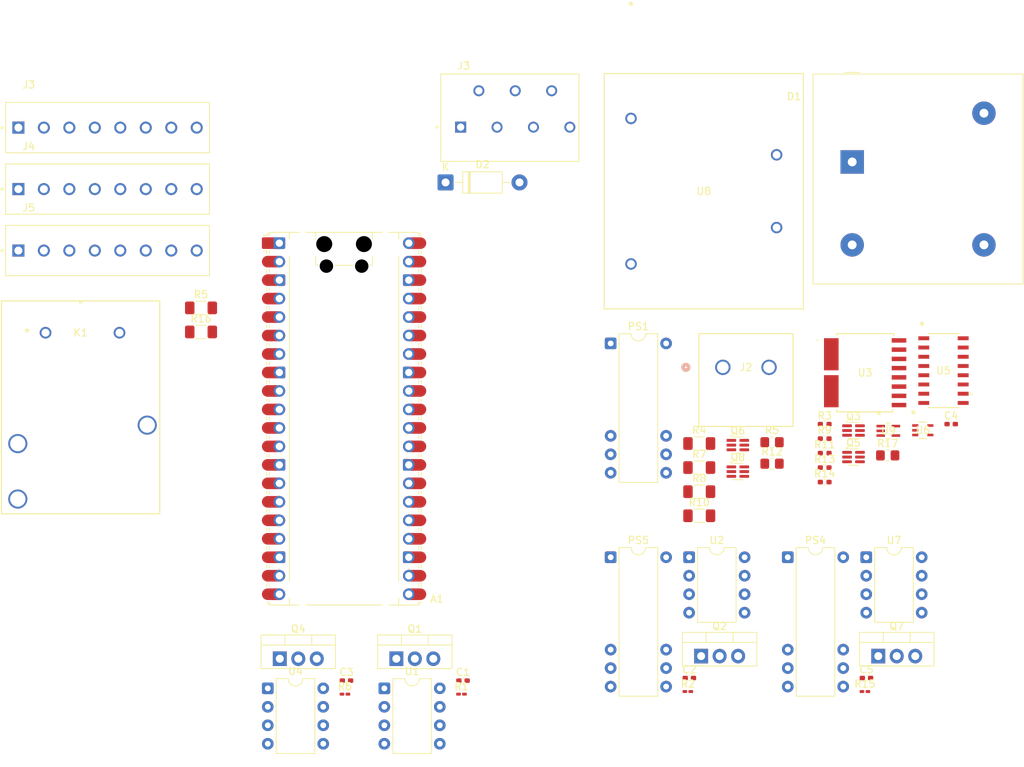
<source format=kicad_pcb>
(kicad_pcb (version 20241229) (generator "pcbnew") (generator_version "9.0")
  (layers (0 "F.Cu" signal) (2 "B.Cu" signal) (13 "F.Paste" user) (15 "B.Paste" user) (5 "F.SilkS" user "F.Silkscreen") (7 "B.SilkS" user "B.Silkscreen") (1 "F.Mask" user) (3 "B.Mask" user) (25 "Edge.Cuts" user))
  (net 0 "")
  (net 1 "Net-(A1-GPIO27_ADC1)")
  (net 2 "Net-(A1-GPIO5)")
  (net 3 "GND")
  (net 6 "Net-(A1-VSYS)")
  (net 8 "Net-(A1-GPIO19)")
  (net 9 "Net-(A1-GPIO18)")
  (net 10 "Net-(A1-GPIO12)")
  (net 12 "Net-(A1-GPIO6)")
  (net 13 "Net-(A1-GPIO10)")
  (net 15 "Net-(A1-GPIO4)")
  (net 21 "3v3 MCU")
  (net 22 "/Pi Pico/pot_adc")
  (net 23 "Net-(A1-GPIO11)")
  (net 24 "Net-(A1-GPIO7)")
  (net 25 "Net-(A1-GPIO13)")
  (net 29 "Net-(U8-VAC_IN(N))")
  (net 34 "GND1")
  (net 35 "/H_Bridge/ls_15v")
  (net 36 "Net-(U2-VCC)")
  (net 37 "/H_Bridge/Fet Circuit1/lg")
  (net 38 "Net-(U7-VCC)")
  (net 39 "/H_Bridge/Fet Circuit/lg")
  (net 40 "Net-(J1-Pin_1)")
  (net 41 "Net-(J1-Pin_2)")
  (net 42 "170V Rect")
  (net 43 "5v 5w")
  (net 44 "Net-(Q1-G)")
  (net 45 "Net-(Q2-G)")
  (net 47 "Net-(Q3A-C1)")
  (net 48 "/Feedback/SR_out")
  (net 49 "Net-(Q4-G)")
  (net 50 "Net-(Q5B-B2)")
  (net 51 "Net-(Q5B-C2)")
  (net 52 "/H_Bridge/dir")
  (net 54 "Net-(Q6B-C2)")
  (net 55 "Net-(Q6A-C1)")
  (net 56 "Net-(Q7-G)")
  (net 57 "Net-(Q8B-E2)")
  (net 58 "Net-(Q8A-E1)")
  (net 59 "/H_Bridge/Fet Circuit1/v_pwm")
  (net 60 "/H_Bridge/LS FET1/v_pwm")
  (net 61 "/H_Bridge/Fet Circuit/v_pwm")
  (net 62 "/H_Bridge/LS FET/v_pwm")
  (net 63 "Net-(R1-Pad1)")
  (net 66 "Net-(R2-Pad1)")
  (net 70 "Net-(U3-VOUT)")
  (net 71 "/Feedback/in-")
  (net 74 "Net-(U3-VOC)")
  (net 75 "Net-(R6-Pad1)")
  (net 78 "/Feedback/Set")
  (net 88 "Net-(U5-*R0)")
  (net 91 "/Feedback/pwm")
  (net 92 "Net-(R15-Pad1)")
  (net 95 "Net-(U6-Y)")
  (net 96 "/Feedback/v_out")
  (net 100 "Net-(Q8B-C2)")
  (net 104 "Net-(Q8A-C1)")
  (footprint "Resistor_SMD:R_0201_0603Metric_Pad0.64x0.40mm_HandSolder" (layer "F.Cu") (at 107.16 130.48)
    (property "Reference" "R6" (at 0 -1.05 0) (layer "F.SilkS"))
    (property "Value" "10")
    (pad "1" smd roundrect (at -0.4075 0) (size 0.635 0.4) (layers "F.Cu" "F.Mask") (net 75 "Net-(R6-Pad1)"))
    (pad "2" smd roundrect (at 0.4075 0) (size 0.635 0.4) (layers "F.Cu" "F.Mask") (net 49 "Net-(Q4-G)"))
  )
  (footprint "Footprints_TMC:SRS-0515 DIP-16_W7.62mm" (layer "F.Cu") (at 143.66 111.66)
    (property "Reference" "PS5" (at 3.81 -2.33 0) (layer "F.SilkS"))
    (property "Value" "SRS-0515-2")
    (pad "1" thru_hole roundrect (at 0 0) (size 1.6 1.6) (drill 0.8) (layers "*.Cu" "*.Mask") (roundrect_rratio 0.15625) (net 43 "5v 5w"))
    (pad "6" thru_hole circle (at 0 12.7) (size 1.6 1.6) (drill 0.8) (layers "*.Cu" "*.Mask"))
    (pad "7" thru_hole circle (at 0 15.24) (size 1.6 1.6) (drill 0.8) (layers "*.Cu" "*.Mask") (net 36 "Net-(U2-VCC)"))
    (pad "8" thru_hole circle (at 0 17.78) (size 1.6 1.6) (drill 0.8) (layers "*.Cu" "*.Mask"))
    (pad "9" thru_hole circle (at 7.62 17.78) (size 1.6 1.6) (drill 0.8) (layers "*.Cu" "*.Mask") (net 3 "GND"))
    (pad "10" thru_hole circle (at 7.62 15.24) (size 1.6 1.6) (drill 0.8) (layers "*.Cu" "*.Mask"))
    (pad "11" thru_hole circle (at 7.62 12.7) (size 1.6 1.6) (drill 0.8) (layers "*.Cu" "*.Mask") (net 37 "/H_Bridge/Fet Circuit1/lg"))
    (pad "16" thru_hole circle (at 7.62 0) (size 1.6 1.6) (drill 0.8) (layers "*.Cu" "*.Mask"))
  )
  (footprint "Capacitor_SMD:C_0402_1005Metric_Pad0.74x0.62mm_HandSolder" (layer "F.Cu") (at 154.47 128.26)
    (property "Reference" "C2" (at 0 -1.16 0) (layer "F.SilkS"))
    (property "Value" "0.1u")
    (pad "1" smd roundrect (at -0.5675 0) (size 0.735 0.62) (layers "F.Cu" "F.Mask" "F.Paste") (net 37 "/H_Bridge/Fet Circuit1/lg"))
    (pad "2" smd roundrect (at 0.5675 0) (size 0.735 0.62) (layers "F.Cu" "F.Mask" "F.Paste") (net 36 "Net-(U2-VCC)"))
  )
  (footprint "Footprints_TMC:SRS-0515 DIP-16_W7.62mm" (layer "F.Cu") (at 167.99 111.66)
    (property "Reference" "PS4" (at 3.81 -2.33 0) (layer "F.SilkS"))
    (property "Value" "SRS-0515-2")
    (pad "1" thru_hole roundrect (at 0 0) (size 1.6 1.6) (drill 0.8) (layers "*.Cu" "*.Mask") (roundrect_rratio 0.15625) (net 43 "5v 5w"))
    (pad "6" thru_hole circle (at 0 12.7) (size 1.6 1.6) (drill 0.8) (layers "*.Cu" "*.Mask"))
    (pad "7" thru_hole circle (at 0 15.24) (size 1.6 1.6) (drill 0.8) (layers "*.Cu" "*.Mask") (net 38 "Net-(U7-VCC)"))
    (pad "8" thru_hole circle (at 0 17.78) (size 1.6 1.6) (drill 0.8) (layers "*.Cu" "*.Mask"))
    (pad "9" thru_hole circle (at 7.62 17.78) (size 1.6 1.6) (drill 0.8) (layers "*.Cu" "*.Mask") (net 3 "GND"))
    (pad "10" thru_hole circle (at 7.62 15.24) (size 1.6 1.6) (drill 0.8) (layers "*.Cu" "*.Mask"))
    (pad "11" thru_hole circle (at 7.62 12.7) (size 1.6 1.6) (drill 0.8) (layers "*.Cu" "*.Mask") (net 39 "/H_Bridge/Fet Circuit/lg"))
    (pad "16" thru_hole circle (at 7.62 0) (size 1.6 1.6) (drill 0.8) (layers "*.Cu" "*.Mask"))
  )
  (footprint "Resistor_SMD:R_1206_3216Metric_Pad1.30x1.75mm_HandSolder" (layer "F.Cu") (at 87.3906 80.694801)
    (property "Reference" "R16" (at 0 -1.83 0) (layer "F.SilkS"))
    (property "Value" "100")
    (pad "1" smd roundrect (at -1.55 0) (size 1.3 1.75) (layers "F.Cu" "F.Mask" "F.Paste") (roundrect_rratio 0.192308) (net 100 "Net-(Q8B-C2)"))
    (pad "2" smd roundrect (at 1.55 0) (size 1.3 1.75) (layers "F.Cu" "F.Mask" "F.Paste") (roundrect_rratio 0.192308) (net 60 "/H_Bridge/LS FET1/v_pwm"))
  )
  (footprint "Treadmill_Feet:SC-88A-5_1P35X2P2_ONS" (layer "F.Cu") (at 186.5408 94.2085)
    (property "Reference" "U6" (at 0 0 0) (layer "F.SilkS"))
    (property "Value" "NC7SZ04P5X")
    (fp_text user "*" (at -1.29295 -2.1486 0) (layer "F.SilkS"))
    (fp_text user "*" (at -1.29295 -2.1486 0) (layer "F.SilkS"))
    (pad "1" smd rect (at -1.038949 -0.649999) (size 0.8333 0.3556) (layers "F.Cu" "F.Mask" "F.Paste"))
    (pad "2" smd rect (at -1.038949 0) (size 0.8333 0.3556) (layers "F.Cu" "F.Mask" "F.Paste") (net 78 "/Feedback/Set"))
    (pad "3" smd rect (at -1.038949 0.649999) (size 0.8333 0.3556) (layers "F.Cu" "F.Mask" "F.Paste") (net 3 "GND"))
    (pad "4" smd rect (at 1.038949 0.649999) (size 0.8333 0.3556) (layers "F.Cu" "F.Mask" "F.Paste") (net 95 "Net-(U6-Y)"))
    (pad "5" smd rect (at 1.038949 -0.649999) (size 0.8333 0.3556) (layers "F.Cu" "F.Mask" "F.Paste") (net 21 "3v3 MCU"))
  )
  (footprint "Package_TO_SOT_SMD:SOT-363_SC-70-6" (layer "F.Cu") (at 177.02 97.89)
    (property "Reference" "Q5" (at 0 -1.95 0) (layer "F.SilkS"))
    (property "Value" "MUN5330DW1")
    (pad "1" smd roundrect (at -0.8875 -0.65) (size 1.325 0.4) (layers "F.Cu" "F.Mask" "F.Paste"))
    (pad "2" smd roundrect (at -0.8875 0) (size 1.325 0.4) (layers "F.Cu" "F.Mask" "F.Paste"))
    (pad "3" smd roundrect (at -0.8875 0.65) (size 1.325 0.4) (layers "F.Cu" "F.Mask" "F.Paste") (net 51 "Net-(Q5B-C2)"))
    (pad "4" smd roundrect (at 0.8875 0.65) (size 1.325 0.4) (layers "F.Cu" "F.Mask" "F.Paste") (net 21 "3v3 MCU"))
    (pad "5" smd roundrect (at 0.8875 0) (size 1.325 0.4) (layers "F.Cu" "F.Mask" "F.Paste") (net 50 "Net-(Q5B-B2)"))
    (pad "6" smd roundrect (at 0.8875 -0.65) (size 1.325 0.4) (layers "F.Cu" "F.Mask" "F.Paste"))
  )
  (footprint "Footprints_TMC:SRS-0515 DIP-16_W7.62mm" (layer "F.Cu") (at 143.66 82.27)
    (property "Reference" "PS1" (at 3.81 -2.33 0) (layer "F.SilkS"))
    (property "Value" "SRS-0515-2")
    (pad "1" thru_hole roundrect (at 0 0) (size 1.6 1.6) (drill 0.8) (layers "*.Cu" "*.Mask") (roundrect_rratio 0.15625) (net 43 "5v 5w"))
    (pad "6" thru_hole circle (at 0 12.7) (size 1.6 1.6) (drill 0.8) (layers "*.Cu" "*.Mask"))
    (pad "7" thru_hole circle (at 0 15.24) (size 1.6 1.6) (drill 0.8) (layers "*.Cu" "*.Mask") (net 35 "/H_Bridge/ls_15v"))
    (pad "8" thru_hole circle (at 0 17.78) (size 1.6 1.6) (drill 0.8) (layers "*.Cu" "*.Mask"))
    (pad "9" thru_hole circle (at 7.62 17.78) (size 1.6 1.6) (drill 0.8) (layers "*.Cu" "*.Mask") (net 3 "GND"))
    (pad "10" thru_hole circle (at 7.62 15.24) (size 1.6 1.6) (drill 0.8) (layers "*.Cu" "*.Mask"))
    (pad "11" thru_hole circle (at 7.62 12.7) (size 1.6 1.6) (drill 0.8) (layers "*.Cu" "*.Mask") (net 3 "GND"))
    (pad "16" thru_hole circle (at 7.62 0) (size 1.6 1.6) (drill 0.8) (layers "*.Cu" "*.Mask"))
  )
  (footprint "Package_TO_SOT_SMD:SOT-363_SC-70-6" (layer "F.Cu") (at 161.13 99.89)
    (property "Reference" "Q8" (at 0 -1.95 0) (layer "F.SilkS"))
    (property "Value" "SMUN5230DW1T1G")
    (pad "1" smd roundrect (at -0.8875 -0.65) (size 1.325 0.4) (layers "F.Cu" "F.Mask" "F.Paste") (net 3 "GND"))
    (pad "2" smd roundrect (at -0.8875 0) (size 1.325 0.4) (layers "F.Cu" "F.Mask" "F.Paste") (net 52 "/H_Bridge/dir"))
    (pad "3" smd roundrect (at -0.8875 0.65) (size 1.325 0.4) (layers "F.Cu" "F.Mask" "F.Paste") (net 100 "Net-(Q8B-C2)"))
    (pad "4" smd roundrect (at 0.8875 0.65) (size 1.325 0.4) (layers "F.Cu" "F.Mask" "F.Paste") (net 3 "GND"))
    (pad "5" smd roundrect (at 0.8875 0) (size 1.325 0.4) (layers "F.Cu" "F.Mask" "F.Paste") (net 52 "/H_Bridge/dir"))
    (pad "6" smd roundrect (at 0.8875 -0.65) (size 1.325 0.4) (layers "F.Cu" "F.Mask" "F.Paste") (net 104 "Net-(Q8A-C1)"))
  )
  (footprint "Package_TO_SOT_THT:TO-220-3_Vertical" (layer "F.Cu") (at 98.21 125.61)
    (property "Reference" "Q4" (at 2.54 -4.1 0) (layer "F.SilkS"))
    (property "Value" "IPP200N25N3GXKSA1")
    (pad "1" thru_hole rect (at 0 0) (size 1.905 2) (drill 1.1) (layers "*.Cu" "*.Mask") (net 37 "/H_Bridge/Fet Circuit1/lg"))
    (pad "2" thru_hole oval (at 2.54 0) (size 1.905 2) (drill 1.1) (layers "*.Cu" "*.Mask") (net 49 "Net-(Q4-G)"))
    (pad "3" thru_hole oval (at 5.08 0) (size 1.905 2) (drill 1.1) (layers "*.Cu" "*.Mask") (net 34 "GND1"))
  )
  (footprint "Package_TO_SOT_SMD:SOT-363_SC-70-6" (layer "F.Cu") (at 177.02 94.245)
    (property "Reference" "Q3" (at 0 -1.95 0) (layer "F.SilkS"))
    (property "Value" "MUN5330DW1")
    (pad "1" smd roundrect (at -0.8875 -0.65) (size 1.325 0.4) (layers "F.Cu" "F.Mask" "F.Paste") (net 3 "GND"))
    (pad "2" smd roundrect (at -0.8875 0) (size 1.325 0.4) (layers "F.Cu" "F.Mask" "F.Paste") (net 48 "/Feedback/SR_out"))
    (pad "3" smd roundrect (at -0.8875 0.65) (size 1.325 0.4) (layers "F.Cu" "F.Mask" "F.Paste"))
    (pad "4" smd roundrect (at 0.8875 0.65) (size 1.325 0.4) (layers "F.Cu" "F.Mask" "F.Paste"))
    (pad "5" smd roundrect (at 0.8875 0) (size 1.325 0.4) (layers "F.Cu" "F.Mask" "F.Paste"))
    (pad "6" smd roundrect (at 0.8875 -0.65) (size 1.325 0.4) (layers "F.Cu" "F.Mask" "F.Paste") (net 47 "Net-(Q3A-C1)"))
  )
  (footprint "Resistor_SMD:R_0402_1005Metric_Pad0.72x0.64mm_HandSolder" (layer "F.Cu") (at 173.06 101.33)
    (property "Reference" "R14" (at 0 -1.17 0) (layer "F.SilkS"))
    (property "Value" "16K")
    (pad "1" smd roundrect (at -0.5975 0) (size 0.715 0.64) (layers "F.Cu" "F.Mask" "F.Paste") (net 70 "Net-(U3-VOUT)"))
    (pad "2" smd roundrect (at 0.5975 0) (size 0.715 0.64) (layers "F.Cu" "F.Mask" "F.Paste") (net 96 "/Feedback/v_out"))
  )
  (footprint "Treadmill_Feet:SAMESKY_TB0011-350-08BE" (layer "F.Cu") (at 74.5506 69.504801)
    (property "Reference" "J5" (at -10.825 -5.885 0) (layer "F.SilkS"))
    (property "Value" "TB0011-350-08BE")
    (pad "1" thru_hole rect (at -12.25 0) (size 1.65 1.65) (drill 1.1) (layers "*.Cu" "*.Mask") (net 21 "3v3 MCU"))
    (pad "2" thru_hole circle (at -8.75 0) (size 1.65 1.65) (drill 1.1) (layers "*.Cu" "*.Mask") (net 9 "Net-(A1-GPIO18)"))
    (pad "3" thru_hole circle (at -5.25 0) (size 1.65 1.65) (drill 1.1) (layers "*.Cu" "*.Mask") (net 8 "Net-(A1-GPIO19)"))
    (pad "4" thru_hole circle (at -1.75 0) (size 1.65 1.65) (drill 1.1) (layers "*.Cu" "*.Mask") (net 3 "GND"))
    (pad "5" thru_hole circle (at 1.75 0) (size 1.65 1.65) (drill 1.1) (layers "*.Cu" "*.Mask") (net 21 "3v3 MCU"))
    (pad "6" thru_hole circle (at 5.25 0) (size 1.65 1.65) (drill 1.1) (layers "*.Cu" "*.Mask") (net 1 "Net-(A1-GPIO27_ADC1)"))
    (pad "7" thru_hole circle (at 8.75 0) (size 1.65 1.65) (drill 1.1) (layers "*.Cu" "*.Mask") (net 3 "GND"))
    (pad "8" thru_hole circle (at 12.25 0) (size 1.65 1.65) (drill 1.1) (layers "*.Cu" "*.Mask") (net 21 "3v3 MCU"))
  )
  (footprint "Treadmill_Feet:DCK5" (layer "F.Cu") (at 181.8008 94.2847)
    (property "Reference" "U9" (at 0 0 0) (layer "F.SilkS"))
    (property "Value" "SN74LVC1G08DCKR")
    (fp_text user "*" (at -1.2954 -2.1486 0) (layer "F.SilkS"))
    (fp_text user "*" (at -1.2954 -2.1486 0) (layer "F.SilkS"))
    (pad "1" smd rect (at -1.0414 -0.649999) (size 1.1684 0.3556) (layers "F.Cu" "F.Mask" "F.Paste") (net 95 "Net-(U6-Y)"))
    (pad "2" smd rect (at -1.0414 0) (size 1.1684 0.3556) (layers "F.Cu" "F.Mask" "F.Paste") (net 91 "/Feedback/pwm"))
    (pad "3" smd rect (at -1.0414 0.649999) (size 1.1684 0.3556) (layers "F.Cu" "F.Mask" "F.Paste") (net 3 "GND"))
    (pad "4" smd rect (at 1.0414 0.649999) (size 1.1684 0.3556) (layers "F.Cu" "F.Mask" "F.Paste") (net 88 "Net-(U5-*R0)"))
    (pad "5" smd rect (at 1.0414 -0.649999) (size 1.1684 0.3556) (layers "F.Cu" "F.Mask" "F.Paste") (net 21 "3v3 MCU"))
  )
  (footprint "Capacitor_SMD:C_0402_1005Metric_Pad0.74x0.62mm_HandSolder" (layer "F.Cu") (at 178.8 128.26)
    (property "Reference" "C5" (at 0 -1.16 0) (layer "F.SilkS"))
    (property "Value" "0.1u")
    (pad "1" smd roundrect (at -0.5675 0) (size 0.735 0.62) (layers "F.Cu" "F.Mask" "F.Paste") (net 39 "/H_Bridge/Fet Circuit/lg"))
    (pad "2" smd roundrect (at 0.5675 0) (size 0.735 0.62) (layers "F.Cu" "F.Mask" "F.Paste") (net 38 "Net-(U7-VCC)"))
  )
  (footprint "Resistor_SMD:R_0805_2012Metric_Pad1.20x1.40mm_HandSolder" (layer "F.Cu") (at 181.72 97.66)
    (property "Reference" "R17" (at 0 -1.65 0) (layer "F.SilkS"))
    (property "Value" "1K")
    (pad "1" smd roundrect (at -1 0) (size 1.2 1.4) (layers "F.Cu" "F.Mask" "F.Paste") (roundrect_rratio 0.208333) (net 47 "Net-(Q3A-C1)"))
    (pad "2" smd roundrect (at 1 0) (size 1.2 1.4) (layers "F.Cu" "F.Mask" "F.Paste") (roundrect_rratio 0.208333) (net 91 "/Feedback/pwm"))
  )
  (footprint "Resistor_SMD:R_0402_1005Metric_Pad0.72x0.64mm_HandSolder" (layer "F.Cu") (at 173.06 97.35)
    (property "Reference" "R11" (at 0 -1.17 0) (layer "F.SilkS"))
    (property "Value" "10M")
    (pad "1" smd roundrect (at -0.5975 0) (size 0.715 0.64) (layers "F.Cu" "F.Mask" "F.Paste") (net 3 "GND"))
    (pad "2" smd roundrect (at 0.5975 0) (size 0.715 0.64) (layers "F.Cu" "F.Mask" "F.Paste") (net 51 "Net-(Q5B-C2)"))
  )
  (footprint "Resistor_SMD:R_1206_3216Metric_Pad1.30x1.75mm_HandSolder" (layer "F.Cu") (at 87.3906 77.384801)
    (property "Reference" "R5" (at 0 -1.83 0) (layer "F.SilkS"))
    (property "Value" "100")
    (pad "1" smd roundrect (at -1.55 0) (size 1.3 1.75) (layers "F.Cu" "F.Mask" "F.Paste") (roundrect_rratio 0.192308) (net 59 "/H_Bridge/Fet Circuit1/v_pwm"))
    (pad "2" smd roundrect (at 1.55 0) (size 1.3 1.75) (layers "F.Cu" "F.Mask" "F.Paste") (roundrect_rratio 0.192308) (net 104 "Net-(Q8A-C1)"))
  )
  (footprint "Capacitor_SMD:C_0402_1005Metric_Pad0.74x0.62mm_HandSolder" (layer "F.Cu") (at 190.44 93.36)
    (property "Reference" "C4" (at 0 -1.16 0) (layer "F.SilkS"))
    (property "Value" "0.1u")
    (pad "1" smd roundrect (at -0.5675 0) (size 0.735 0.62) (layers "F.Cu" "F.Mask" "F.Paste") (net 96 "/Feedback/v_out"))
    (pad "2" smd roundrect (at 0.5675 0) (size 0.735 0.62) (layers "F.Cu" "F.Mask" "F.Paste") (net 3 "GND"))
  )
  (footprint "Module:RaspberryPi_Pico_Common_Unspecified" (layer "F.Cu") (at 107.04 92.615)
    (property "Reference" "A1" (at 11.7475 24.765 0) (layer "F.SilkS") (effects (justify left)))
    (property "Value" "RaspberryPi_Pico")
    (pad "" np_thru_hole circle (at -2.725 -24) (size 2.2 2.2) (drill 2.2) (layers "*.Mask"))
    (pad "" np_thru_hole circle (at -2.425 -20.97) (size 1.85 1.85) (drill 1.85) (layers "*.Mask"))
    (pad "" np_thru_hole circle (at 2.425 -20.97) (size 1.85 1.85) (drill 1.85) (layers "*.Mask"))
    (pad "" np_thru_hole circle (at 2.725 -24) (size 2.2 2.2) (drill 2.2) (layers "*.Mask"))
    (pad "1" smd custom (at -9.69 -24.13) (size 1.6 0.8) (layers "F.Cu" "F.Mask") (options (clearance outline) (anchor rect)) (primitives (gr_circle (center 0.8 0) (end 1.6 0) (width 0) (fill yes)) (gr_poly (pts (xy -1.6 -0.6) (xy -1.6 0.6) (xy -1.4 0.8) (xy 0.8 0.8) (xy 0.8 -0.8) (xy -1.4 -0.8)) (width 0) (fill yes)) (gr_circle (center -1.4 -0.6) (end -1.2 -0.6) (width 0) (fill yes)) (gr_circle (center -1.4 0.6) (end -1.2 0.6) (width 0) (fill yes))))
    (pad "1" thru_hole roundrect (at -8.89 -24.13) (size 1.6 1.6) (drill 1) (layers "*.Cu" "*.Mask") (roundrect_rratio 0.125))
    (pad "2" smd roundrect (at -9.69 -21.59) (size 3.2 1.6) (layers "F.Cu" "F.Mask") (roundrect_rratio 0.5))
    (pad "2" thru_hole circle (at -8.89 -21.59) (size 1.6 1.6) (drill 1) (layers "*.Cu" "*.Mask"))
    (pad "3" smd custom (at -9.69 -19.05) (size 1.6 0.8) (layers "F.Cu" "F.Mask") (net 3 "GND") (options (clearance outline) (anchor rect)) (primitives (gr_circle (center -0.8 0) (end 0 0) (width 0) (fill yes)) (gr_poly (pts (xy 1.6 -0.6) (xy 1.6 0.6) (xy 1.4 0.8) (xy -0.8 0.8) (xy -0.8 -0.8) (xy 1.4 -0.8)) (width 0) (fill yes)) (gr_circle (center 1.4 -0.6) (end 1.6 -0.6) (width 0) (fill yes)) (gr_circle (center 1.4 0.6) (end 1.6 0.6) (width 0) (fill yes))))
    (pad "3" thru_hole custom (at -8.89 -19.05) (size 1.6 1.6) (drill 1) (layers "*.Cu" "*.Mask") (net 3 "GND") (options (clearance outline) (anchor circle)) (primitives (gr_poly (pts (xy 0.8 0.6) (xy 0.8 -0.6) (xy 0.6 -0.8) (xy 0 -0.8) (xy 0 0.8) (xy 0.6 0.8)) (width 0) (fill yes)) (gr_circle (center 0.6 0.6) (end 0.8 0.6) (width 0) (fill yes)) (gr_circle (center 0.6 -0.6) (end 0.8 -0.6) (width 0) (fill yes))))
    (pad "4" smd roundrect (at -9.69 -16.51) (size 3.2 1.6) (layers "F.Cu" "F.Mask") (roundrect_rratio 0.5))
    (pad "4" thru_hole circle (at -8.89 -16.51) (size 1.6 1.6) (drill 1) (layers "*.Cu" "*.Mask"))
    (pad "5" smd roundrect (at -9.69 -13.97) (size 3.2 1.6) (layers "F.Cu" "F.Mask") (roundrect_rratio 0.5))
    (pad "5" thru_hole circle (at -8.89 -13.97) (size 1.6 1.6) (drill 1) (layers "*.Cu" "*.Mask"))
    (pad "6" smd roundrect (at -9.69 -11.43) (size 3.2 1.6) (layers "F.Cu" "F.Mask") (roundrect_rratio 0.5) (net 15 "Net-(A1-GPIO4)"))
    (pad "6" thru_hole circle (at -8.89 -11.43) (size 1.6 1.6) (drill 1) (layers "*.Cu" "*.Mask") (net 15 "Net-(A1-GPIO4)"))
    (pad "7" smd roundrect (at -9.69 -8.89) (size 3.2 1.6) (layers "F.Cu" "F.Mask") (roundrect_rratio 0.5) (net 2 "Net-(A1-GPIO5)"))
    (pad "7" thru_hole circle (at -8.89 -8.89) (size 1.6 1.6) (drill 1) (layers "*.Cu" "*.Mask") (net 2 "Net-(A1-GPIO5)"))
    (pad "8" smd custom (at -9.69 -6.35) (size 1.6 0.8) (layers "F.Cu" "F.Mask") (net 3 "GND") (options (clearance outline) (anchor rect)) (primitives (gr_circle (center -0.8 0) (end 0 0) (width 0) (fill yes)) (gr_poly (pts (xy 1.6 -0.6) (xy 1.6 0.6) (xy 1.4 0.8) (xy -0.8 0.8) (xy -0.8 -0.8) (xy 1.4 -0.8)) (width 0) (fill yes)) (gr_circle (center 1.4 -0.6) (end 1.6 -0.6) (width 0) (fill yes)) (gr_circle (center 1.4 0.6) (end 1.6 0.6) (width 0) (fill yes))))
    (pad "8" thru_hole custom (at -8.89 -6.35) (size 1.6 1.6) (drill 1) (layers "*.Cu" "*.Mask") (net 3 "GND") (options (clearance outline) (anchor circle)) (primitives (gr_poly (pts (xy 0.8 0.6) (xy 0.8 -0.6) (xy 0.6 -0.8) (xy 0 -0.8) (xy 0 0.8) (xy 0.6 0.8)) (width 0) (fill yes)) (gr_circle (center 0.6 0.6) (end 0.8 0.6) (width 0) (fill yes)) (gr_circle (center 0.6 -0.6) (end 0.8 -0.6) (width 0) (fill yes))))
    (pad "9" smd roundrect (at -9.69 -3.81) (size 3.2 1.6) (layers "F.Cu" "F.Mask") (roundrect_rratio 0.5) (net 12 "Net-(A1-GPIO6)"))
    (pad "9" thru_hole circle (at -8.89 -3.81) (size 1.6 1.6) (drill 1) (layers "*.Cu" "*.Mask") (net 12 "Net-(A1-GPIO6)"))
    (pad "10" smd roundrect (at -9.69 -1.27) (size 3.2 1.6) (layers "F.Cu" "F.Mask") (roundrect_rratio 0.5) (net 24 "Net-(A1-GPIO7)"))
    (pad "10" thru_hole circle (at -8.89 -1.27) (size 1.6 1.6) (drill 1) (layers "*.Cu" "*.Mask") (net 24 "Net-(A1-GPIO7)"))
    (pad "11" smd roundrect (at -9.69 1.27) (size 3.2 1.6) (layers "F.Cu" "F.Mask") (roundrect_rratio 0.5))
    (pad "11" thru_hole circle (at -8.89 1.27) (size 1.6 1.6) (drill 1) (layers "*.Cu" "*.Mask"))
    (pad "12" smd roundrect (at -9.69 3.81) (size 3.2 1.6) (layers "F.Cu" "F.Mask") (roundrect_rratio 0.5))
    (pad "12" thru_hole circle (at -8.89 3.81) (size 1.6 1.6) (drill 1) (layers "*.Cu" "*.Mask"))
    (pad "13" smd custom (at -9.69 6.35) (size 1.6 0.8) (layers "F.Cu" "F.Mask") (net 3 "GND") (options (clearance outline) (anchor rect)) (primitives (gr_circle (center -0.8 0) (end 0 0) (width 0) (fill yes)) (gr_poly (pts (xy 1.6 -0.6) (xy 1.6 0.6) (xy 1.4 0.8) (xy -0.8 0.8) (xy -0.8 -0.8) (xy 1.4 -0.8)) (width 0) (fill yes)) (gr_circle (center 1.4 -0.6) (end 1.6 -0.6) (width 0) (fill yes)) (gr_circle (center 1.4 0.6) (end 1.6 0.6) (width 0) (fill yes))))
    (pad "13" thru_hole custom (at -8.89 6.35) (size 1.6 1.6) (drill 1) (layers "*.Cu" "*.Mask") (net 3 "GND") (options (clearance outline) (anchor circle)) (primitives (gr_poly (pts (xy 0.8 0.6) (xy 0.8 -0.6) (xy 0.6 -0.8) (xy 0 -0.8) (xy 0 0.8) (xy 0.6 0.8)) (width 0) (fill yes)) (gr_circle (center 0.6 0.6) (end 0.8 0.6) (width 0) (fill yes)) (gr_circle (center 0.6 -0.6) (end 0.8 -0.6) (width 0) (fill yes))))
    (pad "14" smd roundrect (at -9.69 8.89) (size 3.2 1.6) (layers "F.Cu" "F.Mask") (roundrect_rratio 0.5) (net 13 "Net-(A1-GPIO10)"))
    (pad "14" thru_hole circle (at -8.89 8.89) (size 1.6 1.6) (drill 1) (layers "*.Cu" "*.Mask") (net 13 "Net-(A1-GPIO10)"))
    (pad "15" smd roundrect (at -9.69 11.43) (size 3.2 1.6) (layers "F.Cu" "F.Mask") (roundrect_rratio 0.5) (net 23 "Net-(A1-GPIO11)"))
    (pad "15" thru_hole circle (at -8.89 11.43) (size 1.6 1.6) (drill 1) (layers "*.Cu" "*.Mask") (net 23 "Net-(A1-GPIO11)"))
    (pad "16" smd roundrect (at -9.69 13.97) (size 3.2 1.6) (layers "F.Cu" "F.Mask") (roundrect_rratio 0.5) (net 10 "Net-(A1-GPIO12)"))
    (pad "16" thru_hole circle (at -8.89 13.97) (size 1.6 1.6) (drill 1) (layers "*.Cu" "*.Mask") (net 10 "Net-(A1-GPIO12)"))
    (pad "17" smd roundrect (at -9.69 16.51) (size 3.2 1.6) (layers "F.Cu" "F.Mask") (roundrect_rratio 0.5) (net 25 "Net-(A1-GPIO13)"))
    (pad "17" thru_hole circle (at -8.89 16.51) (size 1.6 1.6) (drill 1) (layers "*.Cu" "*.Mask") (net 25 "Net-(A1-GPIO13)"))
    (pad "18" smd custom (at -9.69 19.05) (size 1.6 0.8) (layers "F.Cu" "F.Mask") (net 3 "GND") (options (clearance outline) (anchor rect)) (primitives (gr_circle (center -0.8 0) (end 0 0) (width 0) (fill yes)) (gr_poly (pts (xy 1.6 -0.6) (xy 1.6 0.6) (xy 1.4 0.8) (xy -0.8 0.8) (xy -0.8 -0.8) (xy 1.4 -0.8)) (width 0) (fill yes)) (gr_circle (center 1.4 -0.6) (end 1.6 -0.6) (width 0) (fill yes)) (gr_circle (center 1.4 0.6) (end 1.6 0.6) (width 0) (fill yes))))
    (pad "18" thru_hole custom (at -8.89 19.05) (size 1.6 1.6) (drill 1) (layers "*.Cu" "*.Mask") (net 3 "GND") (options (clearance outline) (anchor circle)) (primitives (gr_poly (pts (xy 0.8 0.6) (xy 0.8 -0.6) (xy 0.6 -0.8) (xy 0 -0.8) (xy 0 0.8) (xy 0.6 0.8)) (width 0) (fill yes)) (gr_circle (center 0.6 0.6) (end 0.8 0.6) (width 0) (fill yes)) (gr_circle (center 0.6 -0.6) (end 0.8 -0.6) (width 0) (fill yes))))
    (pad "19" smd roundrect (at -9.69 21.59) (size 3.2 1.6) (layers "F.Cu" "F.Mask") (roundrect_rratio 0.5))
    (pad "19" thru_hole circle (at -8.89 21.59) (size 1.6 1.6) (drill 1) (layers "*.Cu" "*.Mask"))
    (pad "20" smd roundrect (at -9.69 24.13) (size 3.2 1.6) (layers "F.Cu" "F.Mask") (roundrect_rratio 0.5))
    (pad "20" thru_hole circle (at -8.89 24.13) (size 1.6 1.6) (drill 1) (layers "*.Cu" "*.Mask"))
    (pad "21" thru_hole circle (at 8.89 24.13) (size 1.6 1.6) (drill 1) (layers "*.Cu" "*.Mask"))
    (pad "21" smd roundrect (at 9.69 24.13) (size 3.2 1.6) (layers "F.Cu" "F.Mask") (roundrect_rratio 0.5))
    (pad "22" thru_hole circle (at 8.89 21.59) (size 1.6 1.6) (drill 1) (layers "*.Cu" "*.Mask"))
    (pad "22" smd roundrect (at 9.69 21.59) (size 3.2 1.6) (layers "F.Cu" "F.Mask") (roundrect_rratio 0.5))
    (pad "23" thru_hole custom (at 8.89 19.05) (size 1.6 1.6) (drill 1) (layers "*.Cu" "*.Mask") (net 3 "GND") (options (clearance outline) (anchor circle)) (primitives (gr_poly (pts (xy -0.8 0.6) (xy -0.8 -0.6) (xy -0.6 -0.8) (xy 0 -0.8) (xy 0 0.8) (xy -0.6 0.8)) (width 0) (fill yes)) (gr_circle (center -0.6 0.6) (end -0.4 0.6) (width 0) (fill yes)) (gr_circle (center -0.6 -0.6) (end -0.4 -0.6) (width 0) (fill yes))))
    (pad "23" smd custom (at 9.69 19.05) (size 1.6 0.8) (layers "F.Cu" "F.Mask") (net 3 "GND") (options (clearance outline) (anchor rect)) (primitives (gr_circle (center 0.8 0) (end 1.6 0) (width 0) (fill yes)) (gr_poly (pts (xy -1.6 -0.6) (xy -1.6 0.6) (xy -1.4 0.8) (xy 0.8 0.8) (xy 0.8 -0.8) (xy -1.4 -0.8)) (width 0) (fill yes)) (gr_circle (center -1.4 -0.6) (end -1.2 -0.6) (width 0) (fill yes)) (gr_circle (center -1.4 0.6) (end -1.2 0.6) (width 0) (fill yes))))
    (pad "24" thru_hole circle (at 8.89 16.51) (size 1.6 1.6) (drill 1) (layers "*.Cu" "*.Mask") (net 9 "Net-(A1-GPIO18)"))
    (pad "24" smd roundrect (at 9.69 16.51) (size 3.2 1.6) (layers "F.Cu" "F.Mask") (roundrect_rratio 0.5) (net 9 "Net-(A1-GPIO18)"))
    (pad "25" thru_hole circle (at 8.89 13.97) (size 1.6 1.6) (drill 1) (layers "*.Cu" "*.Mask") (net 8 "Net-(A1-GPIO19)"))
    (pad "25" smd roundrect (at 9.69 13.97) (size 3.2 1.6) (layers "F.Cu" "F.Mask") (roundrect_rratio 0.5) (net 8 "Net-(A1-GPIO19)"))
    (pad "26" thru_hole circle (at 8.89 11.43) (size 1.6 1.6) (drill 1) (layers "*.Cu" "*.Mask"))
    (pad "26" smd roundrect (at 9.69 11.43) (size 3.2 1.6) (layers "F.Cu" "F.Mask") (roundrect_rratio 0.5))
    (pad "27" thru_hole circle (at 8.89 8.89) (size 1.6 1.6) (drill 1) (layers "*.Cu" "*.Mask") (net 52 "/H_Bridge/dir"))
    (pad "27" smd roundrect (at 9.69 8.89) (size 3.2 1.6) (layers "F.Cu" "F.Mask") (roundrect_rratio 0.5) (net 52 "/H_Bridge/dir"))
    (pad "28" thru_hole custom (at 8.89 6.35) (size 1.6 1.6) (drill 1) (layers "*.Cu" "*.Mask") (net 3 "GND") (options (clearance outline) (anchor circle)) (primitives (gr_poly (pts (xy -0.8 0.6) (xy -0.8 -0.6) (xy -0.6 -0.8) (xy 0 -0.8) (xy 0 0.8) (xy -0.6 0.8)) (width 0) (fill yes)) (gr_circle (center -0.6 0.6) (end -0.4 0.6) (width 0) (fill yes)) (gr_circle (center -0.6 -0.6) (end -0.4 -0.6) (width 0) (fill yes))))
    (pad "28" smd custom (at 9.69 6.35) (size 1.6 0.8) (layers "F.Cu" "F.Mask") (net 3 "GND") (options (clearance outline) (anchor rect)) (primitives (gr_circle (center 0.8 0) (end 1.6 0) (width 0) (fill yes)) (gr_poly (pts (xy -1.6 -0.6) (xy -1.6 0.6) (xy -1.4 0.8) (xy 0.8 0.8) (xy 0.8 -0.8) (xy -1.4 -0.8)) (width 0) (fill yes)) (gr_circle (center -1.4 -0.6) (end -1.2 -0.6) (width 0) (fill yes)) (gr_circle (center -1.4 0.6) (end -1.2 0.6) (width 0) (fill yes))))
    (pad "29" thru_hole circle (at 8.89 3.81) (size 1.6 1.6) (drill 1) (layers "*.Cu" "*.Mask") (net 91 "/Feedback/pwm"))
    (pad "29" smd roundrect (at 9.69 3.81) (size 3.2 1.6) (layers "F.Cu" "F.Mask") (roundrect_rratio 0.5) (net 91 "/Feedback/pwm"))
    (pad "30" thru_hole circle (at 8.89 1.27) (size 1.6 1.6) (drill 1) (layers "*.Cu" "*.Mask"))
    (pad "30" smd roundrect (at 9.69 1.27) (size 3.2 1.6) (layers "F.Cu" "F.Mask") (roundrect_rratio 0.5))
    (pad "31" thru_hole circle (at 8.89 -1.27) (size 1.6 1.6) (drill 1) (layers "*.Cu" "*.Mask") (net 96 "/Feedback/v_out"))
    (pad "31" smd roundrect (at 9.69 -1.27) (size 3.2 1.6) (layers "F.Cu" "F.Mask") (roundrect_rratio 0.5) (net 96 "/Feedback/v_out"))
    (pad "32" thru_hole circle (at 8.89 -3.81) (size 1.6 1.6) (drill 1) (layers "*.Cu" "*.Mask") (net 1 "Net-(A1-GPIO27_ADC1)"))
    (pad "32" smd roundrect (at 9.69 -3.81) (size 3.2 1.6) (layers "F.Cu" "F.Mask") (roundrect_rratio 0.5) (net 1 "Net-(A1-GPIO27_ADC1)"))
    (pad "33" thru_hole custom (at 8.89 -6.35) (size 1.6 1.6) (drill 1) (layers "*.Cu" "*.Mask") (net 3 "GND") (options (clearance outline) (anchor circle)) (primitives (gr_poly (pts (xy -0.8 0.6) (xy -0.8 -0.6) (xy -0.6 -0.8) (xy 0 -0.8) (xy 0 0.8) (xy -0.6 0.8)) (width 0) (fill yes)) (gr_circle (center -0.6 0.6) (end -0.4 0.6) (width 0) (fill yes)) (gr_circle (center -0.6 -0.6) (end -0.4 -0.6) (width 0) (fill yes))))
    (pad "33" smd custom (at 9.69 -6.35) (size 1.6 0.8) (layers "F.Cu" "F.Mask") (net 3 "GND") (options (clearance outline) (anchor rect)) (primitives (gr_circle (center 0.8 0) (end 1.6 0) (width 0) (fill yes)) (gr_poly (pts (xy -1.6 -0.6) (xy -1.6 0.6) (xy -1.4 0.8) (xy 0.8 0.8) (xy 0.8 -0.8) (xy -1.4 -0.8)) (width 0) (fill yes)) (gr_circle (center -1.4 -0.6) (end -1.2 -0.6) (width 0) (fill yes)) (gr_circle (center -1.4 0.6) (end -1.2 0.6) (width 0) (fill yes))))
    (pad "34" thru_hole circle (at 8.89 -8.89) (size 1.6 1.6) (drill 1) (layers "*.Cu" "*.Mask") (net 22 "/Pi Pico/pot_adc"))
    (pad "34" smd roundrect (at 9.69 -8.89) (size 3.2 1.6) (layers "F.Cu" "F.Mask") (roundrect_rratio 0.5) (net 22 "/Pi Pico/pot_adc"))
    (pad "35" thru_hole circle (at 8.89 -11.43) (size 1.6 1.6) (drill 1) (layers "*.Cu" "*.Mask") (net 3 "GND"))
    (pad "35" smd roundrect (at 9.69 -11.43) (size 3.2 1.6) (layers "F.Cu" "F.Mask") (roundrect_rratio 0.5) (net 3 "GND"))
    (pad "36" thru_hole circle (at 8.89 -13.97) (size 1.6 1.6) (drill 1) (layers "*.Cu" "*.Mask") (net 21 "3v3 MCU"))
    (pad "36" smd roundrect (at 9.69 -13.97) (size 3.2 1.6) (layers "F.Cu" "F.Mask") (roundrect_rratio 0.5) (net 21 "3v3 MCU"))
    (pad "37" thru_hole circle (at 8.89 -16.51) (size 1.6 1.6) (drill 1) (layers "*.Cu" "*.Mask"))
    (pad "37" smd roundrect (at 9.69 -16.51) (size 3.2 1.6) (layers "F.Cu" "F.Mask") (roundrect_rratio 0.5))
    (pad "38" thru_hole custom (at 8.89 -19.05) (size 1.6 1.6) (drill 1) (layers "*.Cu" "*.Mask") (net 3 "GND") (options (clearance outline) (anchor circle)) (primitives (gr_poly (pts (xy -0.8 0.6) (xy -0.8 -0.6) (xy -0.6 -0.8) (xy 0 -0.8) (xy 0 0.8) (xy -0.6 0.8)) (width 0) (fill yes)) (gr_circle (center -0.6 0.6) (end -0.4 0.6) (width 0) (fill yes)) (gr_circle (center -0.6 -0.6) (end -0.4 -0.6) (width 0) (fill yes))))
    (pad "38" smd custom (at 9.69 -19.05) (size 1.6 0.8) (layers "F.Cu" "F.Mask") (net 3 "GND") (options (clearance outline) (anchor rect)) (primitives (gr_circle (center 0.8 0) (end 1.6 0) (width 0) (fill yes)) (gr_poly (pts (xy -1.6 -0.6) (xy -1.6 0.6) (xy -1.4 0.8) (xy 0.8 0.8) (xy 0.8 -0.8) (xy -1.4 -0.8)) (width 0) (fill yes)) (gr_circle (center -1.4 -0.6) (end -1.2 -0.6) (width 0) (fill yes)) (gr_circle (center -1.4 0.6) (end -1.2 0.6) (width 0) (fill yes))))
    (pad "39" thru_hole circle (at 8.89 -21.59) (size 1.6 1.6) (drill 1) (layers "*.Cu" "*.Mask") (net 6 "Net-(A1-VSYS)"))
    (pad "39" smd roundrect (at 9.69 -21.59) (size 3.2 1.6) (layers "F.Cu" "F.Mask") (roundrect_rratio 0.5) (net 6 "Net-(A1-VSYS)"))
    (pad "40" thru_hole circle (at 8.89 -24.13) (size 1.6 1.6) (drill 1) (layers "*.Cu" "*.Mask"))
    (pad "40" smd roundrect (at 9.69 -24.13) (size 3.2 1.6) (layers "F.Cu" "F.Mask") (roundrect_rratio 0.5))
  )
  (footprint "Capacitor_SMD:C_0402_1005Metric_Pad0.74x0.62mm_HandSolder" (layer "F.Cu") (at 107.37 128.62)
    (property "Reference" "C3" (at 0 -1.16 0) (layer "F.SilkS"))
    (property "Value" "0.1u")
    (pad "1" smd roundrect (at -0.5675 0) (size 0.735 0.62) (layers "F.Cu" "F.Mask" "F.Paste") (net 34 "GND1"))
    (pad "2" smd roundrect (at 0.5675 0) (size 0.735 0.62) (layers "F.Cu" "F.Mask" "F.Paste") (net 35 "/H_Bridge/ls_15v"))
  )
  (footprint "Resistor_SMD:R_1206_3216Metric_Pad1.30x1.75mm_HandSolder" (layer "F.Cu") (at 155.83 105.96)
    (property "Reference" "R10" (at 0 -1.83 0) (layer "F.SilkS"))
    (property "Value" "100")
    (pad "1" smd roundrect (at -1.55 0) (size 1.3 1.75) (layers "F.Cu" "F.Mask" "F.Paste") (roundrect_rratio 0.192308) (net 21 "3v3 MCU"))
    (pad "2" smd roundrect (at 1.55 0) (size 1.3 1.75) (layers "F.Cu" "F.Mask" "F.Paste") (roundrect_rratio 0.192308) (net 100 "Net-(Q8B-C2)"))
  )
  (footprint "Resistor_SMD:R_0201_0603Metric_Pad0.64x0.40mm_HandSolder" (layer "F.Cu") (at 123.17 130.48)
    (property "Reference" "R1" (at 0 -1.05 0) (layer "F.SilkS"))
    (property "Value" "10")
    (pad "1" smd roundrect (at -0.4075 0) (size 0.635 0.4) (layers "F.Cu" "F.Mask") (net 63 "Net-(R1-Pad1)"))
    (pad "2" smd roundrect (at 0.4075 0) (size 0.635 0.4) (layers "F.Cu" "F.Mask") (net 44 "Net-(Q1-G)"))
  )
  (footprint "Diode_THT:Diode_Bridge_GeneSiC_KBPC_W" (layer "F.Cu") (at 176.84 57.325)
    (property "Reference" "D1" (at -8 -9 0) (layer "F.SilkS"))
    (property "Value" "KBPC5010W")
    (pad "1" thru_hole rect (at 0 0 180) (size 3.22 3.22) (drill 1.22) (layers "*.Cu" "*.Mask") (net 42 "170V Rect"))
    (pad "2" thru_hole circle (at 18.1 -6.7 180) (size 3.22 3.22) (drill 1.22) (layers "*.Cu" "*.Mask") (net 29 "Net-(U8-VAC_IN(N))"))
    (pad "3" thru_hole circle (at 18.1 11.4 270) (size 3.22 3.22) (drill 1.22) (layers "*.Cu" "*.Mask") (net 34 "GND1"))
    (pad "4" thru_hole circle (at 0 11.4 180) (size 3.22 3.22) (drill 1.22) (layers "*.Cu" "*.Mask") (net 40 "Net-(J1-Pin_1)"))
  )
  (footprint "Package_DIP:DIP-8_W7.62mm" (layer "F.Cu") (at 178.77 111.66)
    (property "Reference" "U7" (at 3.81 -2.33 0) (layer "F.SilkS"))
    (property "Value" "FOD3182")
    (pad "1" thru_hole roundrect (at 0 0) (size 1.6 1.6) (drill 0.8) (layers "*.Cu" "*.Mask") (roundrect_rratio 0.15625))
    (pad "2" thru_hole circle (at 0 2.54) (size 1.6 1.6) (drill 0.8) (layers "*.Cu" "*.Mask") (net 3 "GND"))
    (pad "3" thru_hole circle (at 0 5.08) (size 1.6 1.6) (drill 0.8) (layers "*.Cu" "*.Mask") (net 61 "/H_Bridge/Fet Circuit/v_pwm"))
    (pad "4" thru_hole circle (at 0 7.62) (size 1.6 1.6) (drill 0.8) (layers "*.Cu" "*.Mask"))
    (pad "5" thru_hole circle (at 7.62 7.62) (size 1.6 1.6) (drill 0.8) (layers "*.Cu" "*.Mask") (net 39 "/H_Bridge/Fet Circuit/lg"))
    (pad "6" thru_hole circle (at 7.62 5.08) (size 1.6 1.6) (drill 0.8) (layers "*.Cu" "*.Mask") (net 92 "Net-(R15-Pad1)"))
    (pad "7" thru_hole circle (at 7.62 2.54) (size 1.6 1.6) (drill 0.8) (layers "*.Cu" "*.Mask") (net 92 "Net-(R15-Pad1)"))
    (pad "8" thru_hole circle (at 7.62 0) (size 1.6 1.6) (drill 0.8) (layers "*.Cu" "*.Mask") (net 38 "Net-(U7-VCC)"))
  )
  (footprint "Treadmill_Feet:SAMESKY_TB0011-350-08BE" (layer "F.Cu") (at 74.5506 61.054801)
    (property "Reference" "J4" (at -10.825 -5.885 0) (layer "F.SilkS"))
    (property "Value" "TB0011-350-08BE")
    (pad "1" thru_hole rect (at -12.25 0) (size 1.65 1.65) (drill 1.1) (layers "*.Cu" "*.Mask") (net 22 "/Pi Pico/pot_adc"))
    (pad "2" thru_hole circle (at -8.75 0) (size 1.65 1.65) (drill 1.1) (layers "*.Cu" "*.Mask") (net 3 "GND"))
    (pad "3" thru_hole circle (at -5.25 0) (size 1.65 1.65) (drill 1.1) (layers "*.Cu" "*.Mask") (net 21 "3v3 MCU"))
    (pad "4" thru_hole circle (at -1.75 0) (size 1.65 1.65) (drill 1.1) (layers "*.Cu" "*.Mask") (net 13 "Net-(A1-GPIO10)"))
    (pad "5" thru_hole circle (at 1.75 0) (size 1.65 1.65) (drill 1.1) (layers "*.Cu" "*.Mask") (net 23 "Net-(A1-GPIO11)"))
    (pad "6" thru_hole circle (at 5.25 0) (size 1.65 1.65) (drill 1.1) (layers "*.Cu" "*.Mask") (net 10 "Net-(A1-GPIO12)"))
    (pad "7" thru_hole circle (at 8.75 0) (size 1.65 1.65) (drill 1.1) (layers "*.Cu" "*.Mask") (net 25 "Net-(A1-GPIO13)"))
    (pad "8" thru_hole circle (at 12.25 0) (size 1.65 1.65) (drill 1.1) (layers "*.Cu" "*.Mask") (net 3 "GND"))
  )
  (footprint "Package_TO_SOT_THT:TO-220-3_Vertical" (layer "F.Cu") (at 156.09 125.25)
    (property "Reference" "Q2" (at 2.54 -4.1 0) (layer "F.SilkS"))
    (property "Value" "IPP200N25N3GXKSA1")
    (pad "1" thru_hole rect (at 0 0) (size 1.905 2) (drill 1.1) (layers "*.Cu" "*.Mask") (net 71 "/Feedback/in-"))
    (pad "2" thru_hole oval (at 2.54 0) (size 1.905 2) (drill 1.1) (layers "*.Cu" "*.Mask") (net 45 "Net-(Q2-G)"))
    (pad "3" thru_hole oval (at 5.08 0) (size 1.905 2) (drill 1.1) (layers "*.Cu" "*.Mask") (net 37 "/H_Bridge/Fet Circuit1/lg"))
  )
  (footprint "Package_TO_SOT_THT:TO-220-3_Vertical" (layer "F.Cu") (at 180.42 125.25)
    (property "Reference" "Q7" (at 2.54 -4.1 0) (layer "F.SilkS"))
    (property "Value" "IPP200N25N3GXKSA1")
    (pad "1" thru_hole rect (at 0 0) (size 1.905 2) (drill 1.1) (layers "*.Cu" "*.Mask") (net 71 "/Feedback/in-"))
    (pad "2" thru_hole oval (at 2.54 0) (size 1.905 2) (drill 1.1) (layers "*.Cu" "*.Mask") (net 56 "Net-(Q7-G)"))
    (pad "3" thru_hole oval (at 5.08 0) (size 1.905 2) (drill 1.1) (layers "*.Cu" "*.Mask") (net 39 "/H_Bridge/Fet Circuit/lg"))
  )
  (footprint "Resistor_SMD:R_0201_0603Metric_Pad0.64x0.40mm_HandSolder" (layer "F.Cu") (at 178.59 130.12)
    (property "Reference" "R15" (at 0 -1.05 0) (layer "F.SilkS"))
    (property "Value" "10")
    (pad "1" smd roundrect (at -0.4075 0) (size 0.635 0.4) (layers "F.Cu" "F.Mask") (net 92 "Net-(R15-Pad1)"))
    (pad "2" smd roundrect (at 0.4075 0) (size 0.635 0.4) (layers "F.Cu" "F.Mask") (net 56 "Net-(Q7-G)"))
  )
  (footprint "Package_DIP:DIP-8_W7.62mm" (layer "F.Cu") (at 96.56 129.68)
    (property "Reference" "U4" (at 3.81 -2.33 0) (layer "F.SilkS"))
    (property "Value" "FOD3182")
    (pad "1" thru_hole roundrect (at 0 0) (size 1.6 1.6) (drill 0.8) (layers "*.Cu" "*.Mask") (roundrect_rratio 0.15625))
    (pad "2" thru_hole circle (at 0 2.54) (size 1.6 1.6) (drill 0.8) (layers "*.Cu" "*.Mask") (net 34 "GND1"))
    (pad "3" thru_hole circle (at 0 5.08) (size 1.6 1.6) (drill 0.8) (layers "*.Cu" "*.Mask") (net 62 "/H_Bridge/LS FET/v_pwm"))
    (pad "4" thru_hole circle (at 0 7.62) (size 1.6 1.6) (drill 0.8) (layers "*.Cu" "*.Mask"))
    (pad "5" thru_hole circle (at 7.62 7.62) (size 1.6 1.6) (drill 0.8) (layers "*.Cu" "*.Mask") (net 34 "GND1"))
    (pad "6" thru_hole circle (at 7.62 5.08) (size 1.6 1.6) (drill 0.8) (layers "*.Cu" "*.Mask") (net 75 "Net-(R6-Pad1)"))
    (pad "7" thru_hole circle (at 7.62 2.54) (size 1.6 1.6) (drill 0.8) (layers "*.Cu" "*.Mask") (net 75 "Net-(R6-Pad1)"))
    (pad "8" thru_hole circle (at 7.62 0) (size 1.6 1.6) (drill 0.8) (layers "*.Cu" "*.Mask") (net 35 "/H_Bridge/ls_15v"))
  )
  (footprint "Package_DIP:DIP-8_W7.62mm" (layer "F.Cu") (at 154.44 111.66)
    (property "Reference" "U2" (at 3.81 -2.33 0) (layer "F.SilkS"))
    (property "Value" "FOD3182")
    (pad "1" thru_hole roundrect (at 0 0) (size 1.6 1.6) (drill 0.8) (layers "*.Cu" "*.Mask") (roundrect_rratio 0.15625))
    (pad "2" thru_hole circle (at 0 2.54) (size 1.6 1.6) (drill 0.8) (layers "*.Cu" "*.Mask") (net 3 "GND"))
    (pad "3" thru_hole circle (at 0 5.08) (size 1.6 1.6) (drill 0.8) (layers "*.Cu" "*.Mask") (net 59 "/H_Bridge/Fet Circuit1/v_pwm"))
    (pad "4" thru_hole circle (at 0 7.62) (size 1.6 1.6) (drill 0.8) (layers "*.Cu" "*.Mask"))
    (pad "5" thru_hole circle (at 7.62 7.62) (size 1.6 1.6) (drill 0.8) (layers "*.Cu" "*.Mask") (net 37 "/H_Bridge/Fet Circuit1/lg"))
    (pad "6" thru_hole circle (at 7.62 5.08) (size 1.6 1.6) (drill 0.8) (layers "*.Cu" "*.Mask") (net 66 "Net-(R2-Pad1)"))
    (pad "7" thru_hole circle (at 7.62 2.54) (size 1.6 1.6) (drill 0.8) (layers "*.Cu" "*.Mask") (net 66 "Net-(R2-Pad1)"))
    (pad "8" thru_hole circle (at 7.62 0) (size 1.6 1.6) (drill 0.8) (layers "*.Cu" "*.Mask") (net 36 "Net-(U2-VCC)"))
  )
  (footprint "Resistor_SMD:R_0402_1005Metric_Pad0.72x0.64mm_HandSolder" (layer "F.Cu") (at 173.06 93.37)
    (property "Reference" "R3" (at 0 -1.17 0) (layer "F.SilkS"))
    (property "Value" "10M")
    (pad "1" smd roundrect (at -0.5975 0) (size 0.715 0.64) (layers "F.Cu" "F.Mask" "F.Paste") (net 74 "Net-(U3-VOC)"))
    (pad "2" smd roundrect (at 0.5975 0) (size 0.715 0.64) (layers "F.Cu" "F.Mask" "F.Paste") (net 3 "GND"))
  )
  (footprint "Resistor_SMD:R_1206_3216Metric_Pad1.30x1.75mm_HandSolder" (layer "F.Cu") (at 155.83 96.03)
    (property "Reference" "R4" (at 0 -1.83 0) (layer "F.SilkS"))
    (property "Value" "100")
    (pad "1" smd roundrect (at -1.55 0) (size 1.3 1.75) (layers "F.Cu" "F.Mask" "F.Paste") (roundrect_rratio 0.192308) (net 54 "Net-(Q6B-C2)"))
    (pad "2" smd roundrect (at 1.55 0) (size 1.3 1.75) (layers "F.Cu" "F.Mask" "F.Paste") (roundrect_rratio 0.192308) (net 61 "/H_Bridge/Fet Circuit/v_pwm"))
  )
  (footprint "Package_DIP:DIP-8_W7.62mm" (layer "F.Cu") (at 112.57 129.68)
    (property "Reference" "U1" (at 3.81 -2.33 0) (layer "F.SilkS"))
    (property "Value" "FOD3182")
    (pad "1" thru_hole roundrect (at 0 0) (size 1.6 1.6) (drill 0.8) (layers "*.Cu" "*.Mask") (roundrect_rratio 0.15625))
    (pad "2" thru_hole circle (at 0 2.54) (size 1.6 1.6) (drill 0.8) (layers "*.Cu" "*.Mask") (net 34 "GND1"))
    (pad "3" thru_hole circle (at 0 5.08) (size 1.6 1.6) (drill 0.8) (layers "*.Cu" "*.Mask") (net 60 "/H_Bridge/LS FET1/v_pwm"))
    (pad "4" thru_hole circle (at 0 7.62) (size 1.6 1.6) (drill 0.8) (layers "*.Cu" "*.Mask"))
    (pad "5" thru_hole circle (at 7.62 7.62) (size 1.6 1.6) (drill 0.8) (layers "*.Cu" "*.Mask") (net 34 "GND1"))
    (pad "6" thru_hole circle (at 7.62 5.08) (size 1.6 1.6) (drill 0.8) (layers "*.Cu" "*.Mask") (net 63 "Net-(R1-Pad1)"))
    (pad "7" thru_hole circle (at 7.62 2.54) (size 1.6 1.6) (drill 0.8) (layers "*.Cu" "*.Mask") (net 63 "Net-(R1-Pad1)"))
    (pad "8" thru_hole circle (at 7.62 0) (size 1.6 1.6) (drill 0.8) (layers "*.Cu" "*.Mask") (net 35 "/H_Bridge/ls_15v"))
  )
  (footprint "Resistor_SMD:R_1206_3216Metric_Pad1.30x1.75mm_HandSolder" (layer "F.Cu") (at 155.83 99.34)
    (property "Reference" "R7" (at 0 -1.83 0) (layer "F.SilkS"))
    (property "Value" "100")
    (pad "1" smd roundrect (at -1.55 0) (size 1.3 1.75) (layers "F.Cu" "F.Mask" "F.Paste") (roundrect_rratio 0.192308) (net 104 "Net-(Q8A-C1)"))
    (pad "2" smd roundrect (at 1.55 0) (size 1.3 1.75) (layers "F.Cu" "F.Mask" "F.Paste") (roundrect_rratio 0.192308) (net 91 "/Feedback/pwm"))
  )
  (footprint "Resistor_SMD:R_0805_2012Metric_Pad1.20x1.40mm_HandSolder" (layer "F.Cu") (at 165.83 98.8)
    (property "Reference" "R12" (at 0 -1.65 0) (layer "F.SilkS"))
    (property "Value" "1K")
    (pad "1" smd roundrect (at -1 0) (size 1.2 1.4) (layers "F.Cu" "F.Mask" "F.Paste") (roundrect_rratio 0.208333) (net 3 "GND"))
    (pad "2" smd roundrect (at 1 0) (size 1.2 1.4) (layers "F.Cu" "F.Mask" "F.Paste") (roundrect_rratio 0.208333) (net 57 "Net-(Q8B-E2)"))
  )
  (footprint "Diode_THT:D_DO-41_SOD81_P10.16mm_Horizontal" (layer "F.Cu") (at 120.98 60.14)
    (property "Reference" "D2" (at 5.08 -2.47 0) (layer "F.SilkS"))
    (property "Value" "1N5817")
    (fp_text user "K" (at 0 -2.1 0) (layer "F.SilkS"))
    (pad "1" thru_hole roundrect (at 0 0) (size 2.2 2.2) (drill 1.1) (layers "*.Cu" "*.Mask") (roundrect_rratio 0.113636) (net 6 "Net-(A1-VSYS)"))
    (pad "2" thru_hole circle (at 10.16 0) (size 2.2 2.2) (drill 1.1) (layers "*.Cu" "*.Mask") (net 43 "5v 5w"))
  )
  (footprint "Resistor_SMD:R_0402_1005Metric_Pad0.72x0.64mm_HandSolder" (layer "F.Cu") (at 173.06 95.36)
    (property "Reference" "R9" (at 0 -1.17 0) (layer "F.SilkS"))
    (property "Value" "16K")
    (pad "1" smd roundrect (at -0.5975 0) (size 0.715 0.64) (layers "F.Cu" "F.Mask" "F.Paste") (net 51 "Net-(Q5B-C2)"))
    (pad "2" smd roundrect (at 0.5975 0) (size 0.715 0.64) (layers "F.Cu" "F.Mask" "F.Paste") (net 78 "/Feedback/Set"))
  )
  (footprint "Package_TO_SOT_THT:TO-220-3_Vertical" (layer "F.Cu") (at 114.22 125.61)
    (property "Reference" "Q1" (at 2.54 -4.1 0) (layer "F.SilkS"))
    (property "Value" "IPP200N25N3GXKSA1")
    (pad "1" thru_hole rect (at 0 0) (size 1.905 2) (drill 1.1) (layers "*.Cu" "*.Mask") (net 39 "/H_Bridge/Fet Circuit/lg"))
    (pad "2" thru_hole oval (at 2.54 0) (size 1.905 2) (drill 1.1) (layers "*.Cu" "*.Mask") (net 44 "Net-(Q1-G)"))
    (pad "3" thru_hole oval (at 5.08 0) (size 1.905 2) (drill 1.1) (layers "*.Cu" "*.Mask") (net 34 "GND1"))
  )
  (footprint "Package_TO_SOT_SMD:SOT-363_SC-70-6" (layer "F.Cu") (at 161.13 96.245)
    (property "Reference" "Q6" (at 0 -1.95 0) (layer "F.SilkS"))
    (property "Value" "MUN5330DW1T1G")
    (pad "1" smd roundrect (at -0.8875 -0.65) (size 1.325 0.4) (layers "F.Cu" "F.Mask" "F.Paste") (net 3 "GND"))
    (pad "2" smd roundrect (at -0.8875 0) (size 1.325 0.4) (layers "F.Cu" "F.Mask" "F.Paste") (net 52 "/H_Bridge/dir"))
    (pad "3" smd roundrect (at -0.8875 0.65) (size 1.325 0.4) (layers "F.Cu" "F.Mask" "F.Paste") (net 54 "Net-(Q6B-C2)"))
    (pad "4" smd roundrect (at 0.8875 0.65) (size 1.325 0.4) (layers "F.Cu" "F.Mask" "F.Paste") (net 91 "/Feedback/pwm"))
    (pad "5" smd roundrect (at 0.8875 0) (size 1.325 0.4) (layers "F.Cu" "F.Mask" "F.Paste") (net 55 "Net-(Q6A-C1)"))
    (pad "6" smd roundrect (at 0.8875 -0.65) (size 1.325 0.4) (layers "F.Cu" "F.Mask" "F.Paste") (net 55 "Net-(Q6A-C1)"))
  )
  (footprint "Resistor_SMD:R_0201_0603Metric_Pad0.64x0.40mm_HandSolder" (layer "F.Cu") (at 154.26 130.12)
    (property "Reference" "R2" (at 0 -1.05 0) (layer "F.SilkS"))
    (property "Value" "10")
    (pad "1" smd roundrect (at -0.4075 0) (size 0.635 0.4) (layers "F.Cu" "F.Mask") (net 66 "Net-(R2-Pad1)"))
    (pad "2" smd roundrect (at 0.4075 0) (size 0.635 0.4) (layers "F.Cu" "F.Mask") (net 45 "Net-(Q2-G)"))
  )
  (footprint "Treadmill_Feet:RAC05E-KT_RCP" (layer "F.Cu") (at 146.4561 51.3452)
    (property "Reference" "U8" (at 10 10.0028 0) (layer "F.SilkS"))
    (property "Value" "RAC05E-05SKT")
    (fp_text user "*" (at 0 -15.433335 0) (layer "F.SilkS"))
    (fp_text user "*" (at 0 -15.433335 0) (layer "F.SilkS"))
    (pad "1" thru_hole circle (at 0 0) (size 1.5748 1.5748) (drill 1.0668) (layers "*.Cu" "*.Mask") (net 29 "Net-(U8-VAC_IN(N))"))
    (pad "5" thru_hole circle (at 0 20.000001) (size 1.5748 1.5748) (drill 1.0668) (layers "*.Cu" "*.Mask") (net 40 "Net-(J1-Pin_1)"))
    (pad "7" thru_hole circle (at 20.000001 15.000001) (size 1.5748 1.5748) (drill 1.0668) (layers "*.Cu" "*.Mask") (net 43 "5v 5w"))
    (pad "9" thru_hole circle (at 20.000001 5) (size 1.5748 1.5748) (drill 1.0668) (layers "*.Cu" "*.Mask") (net 3 "GND"))
  )
  (footprint "Treadmill_Feet:SOIC-16_ONS" (layer "F.Cu") (at 189.3796 86.0082)
    (property "Reference" "U5" (at 0 0 0) (layer "F.SilkS"))
    (property "Value" "NLV14044BDR2G")
    (fp_text user "*" (at -2.9591 -6.1214 0) (layer "F.SilkS"))
    (fp_text user "*" (at -2.9591 -6.1214 0) (layer "F.SilkS"))
    (pad "1" smd rect (at -2.7051 -4.445) (size 1.4986 0.5334) (layers "F.Cu" "F.Mask" "F.Paste"))
    (pad "2" smd rect (at -2.7051 -3.175) (size 1.4986 0.5334) (layers "F.Cu" "F.Mask" "F.Paste"))
    (pad "3" smd rect (at -2.7051 -1.905) (size 1.4986 0.5334) (layers "F.Cu" "F.Mask" "F.Paste") (net 78 "/Feedback/Set"))
    (pad "4" smd rect (at -2.7051 -0.635) (size 1.4986 0.5334) (layers "F.Cu" "F.Mask" "F.Paste") (net 88 "Net-(U5-*R0)"))
    (pad "5" smd rect (at -2.7051 0.635) (size 1.4986 0.5334) (layers "F.Cu" "F.Mask" "F.Paste") (net 21 "3v3 MCU"))
    (pad "6" smd rect (at -2.7051 1.905) (size 1.4986 0.5334) (layers "F.Cu" "F.Mask" "F.Paste"))
    (pad "7" smd rect (at -2.7051 3.175) (size 1.4986 0.5334) (layers "F.Cu" "F.Mask" "F.Paste"))
    (pad "8" smd rect (at -2.7051 4.445) (size 1.4986 0.5334) (layers "F.Cu" "F.Mask" "F.Paste") (net 3 "GND"))
    (pad "9" smd rect (at 2.7051 4.445) (size 1.4986 0.5334) (layers "F.Cu" "F.Mask" "F.Paste"))
    (pad "10" smd rect (at 2.7051 3.175) (size 1.4986 0.5334) (layers "F.Cu" "F.Mask" "F.Paste"))
    (pad "11" smd rect (at 2.7051 1.905) (size 1.4986 0.5334) (layers "F.Cu" "F.Mask" "F.Paste"))
    (pad "12" smd rect (at 2.7051 0.635) (size 1.4986 0.5334) (layers "F.Cu" "F.Mask" "F.Paste"))
    (pad "13" smd rect (at 2.7051 -0.635) (size 1.4986 0.5334) (layers "F.Cu" "F.Mask" "F.Paste") (net 48 "/Feedback/SR_out"))
    (pad "14" smd rect (at 2.7051 -1.905) (size 1.4986 0.5334) (layers "F.Cu" "F.Mask" "F.Paste"))
    (pad "15" smd rect (at 2.7051 -3.175) (size 1.4986 0.5334) (layers "F.Cu" "F.Mask" "F.Paste"))
    (pad "16" smd rect (at 2.7051 -4.445) (size 1.4986 0.5334) (layers "F.Cu" "F.Mask" "F.Paste") (net 21 "3v3 MCU"))
  )
  (footprint "Resistor_SMD:R_0805_2012Metric_Pad1.20x1.40mm_HandSolder" (layer "F.Cu") (at 165.83 95.85)
    (property "Reference" "R5" (at 0 -1.65 0) (layer "F.SilkS"))
    (property "Value" "1K")
    (pad "1" smd roundrect (at -1 0) (size 1.2 1.4) (layers "F.Cu" "F.Mask" "F.Paste") (roundrect_rratio 0.208333) (net 3 "GND"))
    (pad "2" smd roundrect (at 1 0) (size 1.2 1.4) (layers "F.Cu" "F.Mask" "F.Paste") (roundrect_rratio 0.208333) (net 58 "Net-(Q8A-E1)"))
  )
  (footprint "Treadmill_Feet:T9GV1L14-5_TEC" (layer "F.Cu") (at 66.03 80.800023)
    (property "Reference" "K1" (at 4.82 0 0) (layer "F.SilkS"))
    (property "Value" "T9GV1L14-5")
    (fp_text user "*" (at -2.54 0 0) (layer "F.SilkS"))
    (fp_text user "*" (at -2.54 0 0) (layer "F.SilkS"))
    (pad "1" thru_hole circle (at 0 0) (size 1.6002 1.6002) (drill 1.0922) (layers "*.Cu" "*.Mask"))
    (pad "2" thru_hole circle (at 10.16 0) (size 1.6002 1.6002) (drill 1.0922) (layers "*.Cu" "*.Mask"))
    (pad "3" thru_hole circle (at 13.97 12.699977) (size 2.6162 2.6162) (drill 2.1082) (layers "*.Cu" "*.Mask") (net 29 "Net-(U8-VAC_IN(N))"))
    (pad "4" thru_hole circle (at -3.81 15.239977) (size 2.6162 2.6162) (drill 2.1082) (layers "*.Cu" "*.Mask") (net 41 "Net-(J1-Pin_2)"))
    (pad "5" thru_hole circle (at -3.81 22.859975) (size 2.6162 2.6162) (drill 2.1082) (layers "*.Cu" "*.Mask"))
  )
  (footprint "Treadmill_Feet:SAMESKY_TB0011-350-08BE" (layer "F.Cu") (at 74.5506 52.604801)
    (property "Reference" "J3" (at -10.825 -5.885 0) (layer "F.SilkS"))
    (property "Value" "TB0011-350-08BE")
    (pad "1" thru_hole rect (at -12.25 0) (size 1.65 1.65) (drill 1.1) (layers "*.Cu" "*.Mask") (net 43 "5v 5w"))
    (pad "2" thru_hole circle (at -8.75 0) (size 1.65 1.65) (drill 1.1) (layers "*.Cu" "*.Mask") (net 15 "Net-(A1-GPIO4)"))
    (pad "3" thru_hole circle (at -5.25 0) (size 1.65 1.65) (drill 1.1) (layers "*.Cu" "*.Mask") (net 2 "Net-(A1-GPIO5)"))
    (pad "4" thru_hole circle (at -1.75 0) (size 1.65 1.65) (drill 1.1) (layers "*.Cu" "*.Mask") (net 3 "GND"))
    (pad "5" thru_hole circle (at 1.75 0) (size 1.65 1.65) (drill 1.1) (layers "*.Cu" "*.Mask") (net 43 "5v 5w"))
    (pad "6" thru_hole circle (at 5.25 0) (size 1.65 1.65) (drill 1.1) (layers "*.Cu" "*.Mask") (net 12 "Net-(A1-GPIO6)"))
    (pad "7" thru_hole circle (at 8.75 0) (size 1.65 1.65) (drill 1.1) (layers "*.Cu" "*.Mask") (net 3 "GND"))
    (pad "8" thru_hole circle (at 12.25 0) (size 1.65 1.65) (drill 1.1) (layers "*.Cu" "*.Mask") (net 24 "Net-(A1-GPIO7)"))
  )
  (footprint "Resistor_SMD:R_0402_1005Metric_Pad0.72x0.64mm_HandSolder" (layer "F.Cu") (at 173.06 99.34)
    (property "Reference" "R13" (at 0 -1.17 0) (layer "F.SilkS"))
    (property "Value" "10M")
    (pad "1" smd roundrect (at -0.5975 0) (size 0.715 0.64) (layers "F.Cu" "F.Mask" "F.Paste") (net 43 "5v 5w"))
    (pad "2" smd roundrect (at 0.5975 0) (size 0.715 0.64) (layers "F.Cu" "F.Mask" "F.Paste") (net 74 "Net-(U3-VOC)"))
  )
  (footprint "Treadmill_Feet:SOIC10_DVG_TEX" (layer "F.Cu") (at 178.6197 86.3003)
    (property "Reference" "U3" (at 0 0 0) (layer "F.SilkS"))
    (property "Value" "TMCS1126B42QDVGRQ1")
    (pad "1" smd rect (at -4.649978 -2.54) (size 2.0066 4.4196) (layers "F.Cu" "F.Mask" "F.Paste") (net 42 "170V Rect"))
    (pad "2" smd rect (at -4.649978 2.54) (size 2.0066 4.4196) (layers "F.Cu" "F.Mask" "F.Paste") (net 71 "/Feedback/in-"))
    (pad "3" smd rect (at 4.649998 4.445) (size 2.0066 0.6096) (layers "F.Cu" "F.Mask" "F.Paste") (net 50 "Net-(Q5B-B2)"))
    (pad "4" smd rect (at 4.649998 3.175) (size 2.0066 0.6096) (layers "F.Cu" "F.Mask" "F.Paste") (net 43 "5v 5w"))
    (pad "5" smd rect (at 4.649998 1.905) (size 2.0066 0.6096) (layers "F.Cu" "F.Mask" "F.Paste") (net 74 "Net-(U3-VOC)"))
    (pad "6" smd rect (at 4.649998 0.635) (size 2.0066 0.6096) (layers "F.Cu" "F.Mask" "F.Paste") (net 70 "Net-(U3-VOUT)"))
    (pad "7" smd rect (at 4.649998 -0.635) (size 2.0066 0.6096) (layers "F.Cu" "F.Mask" "F.Paste") (net 3 "GND"))
    (pad "8" smd rect (at 4.649998 -1.905) (size 2.0066 0.6096) (layers "F.Cu" "F.Mask" "F.Paste"))
    (pad "9" smd rect (at 4.649998 -3.175) (size 2.0066 0.6096) (layers "F.Cu" "F.Mask" "F.Paste") (net 3 "GND"))
    (pad "10" smd rect (at 4.649998 -4.445) (size 2.0066 0.6096) (layers "F.Cu" "F.Mask" "F.Paste"))
  )
  (footprint "Treadmill_Feet:PHOENIX_1990054" (layer "F.Cu") (at 120.305 57.24)
    (property "Reference" "J3" (at 3.175 -13.135 0) (layer "F.SilkS"))
    (property "Value" "277-1799-ND")
    (pad "1" thru_hole rect (at 2.75 -4.7) (size 1.508 1.508) (drill 1) (layers "*.Cu" "*.Mask") (net 43 "5v 5w"))
    (pad "2" thru_hole circle (at 5.25 -9.7) (size 1.508 1.508) (drill 1) (layers "*.Cu" "*.Mask") (net 15 "Net-(A1-GPIO4)"))
    (pad "3" thru_hole circle (at 7.75 -4.7) (size 1.508 1.508) (drill 1) (layers "*.Cu" "*.Mask") (net 2 "Net-(A1-GPIO5)"))
    (pad "4" thru_hole circle (at 10.25 -9.7) (size 1.508 1.508) (drill 1) (layers "*.Cu" "*.Mask") (net 3 "GND"))
    (pad "5" thru_hole circle (at 12.75 -4.7) (size 1.508 1.508) (drill 1) (layers "*.Cu" "*.Mask") (net 43 "5v 5w"))
    (pad "6" thru_hole circle (at 15.25 -9.7) (size 1.508 1.508) (drill 1) (layers "*.Cu" "*.Mask") (net 12 "Net-(A1-GPIO6)"))
    (pad "7" thru_hole circle (at 17.75 -4.7) (size 1.508 1.508) (drill 1) (layers "*.Cu" "*.Mask") (net 3 "GND"))
  )
  (footprint "Resistor_SMD:R_1206_3216Metric_Pad1.30x1.75mm_HandSolder" (layer "F.Cu") (at 155.83 102.65)
    (property "Reference" "R8" (at 0 -1.83 0) (layer "F.SilkS"))
    (property "Value" "100")
    (pad "1" smd roundrect (at -1.55 0) (size 1.3 1.75) (layers "F.Cu" "F.Mask" "F.Paste") (roundrect_rratio 0.192308) (net 62 "/H_Bridge/LS FET/v_pwm"))
    (pad "2" smd roundrect (at 1.55 0) (size 1.3 1.75) (layers "F.Cu" "F.Mask" "F.Paste") (roundrect_rratio 0.192308) (net 52 "/H_Bridge/dir"))
  )
  (footprint "Treadmill_Feet:CONN2_OSTT7020150_OST" (layer "F.Cu") (at 159.07 85.555201)
    (property "Reference" "J2" (at 3.175 0 0) (layer "F.SilkS"))
    (property "Value" "OSTT7020150")
    (pad "1" thru_hole circle (at 0 0) (size 2.1082 2.1082) (drill 1.6002) (layers "*.Cu" "*.Mask") (net 39 "/H_Bridge/Fet Circuit/lg"))
    (pad "2" thru_hole circle (at 6.35 0) (size 2.1082 2.1082) (drill 1.6002) (layers "*.Cu" "*.Mask") (net 37 "/H_Bridge/Fet Circuit1/lg"))
  )
  (footprint "Capacitor_SMD:C_0402_1005Metric_Pad0.74x0.62mm_HandSolder" (layer "F.Cu") (at 123.38 128.62)
    (property "Reference" "C1" (at 0 -1.16 0) (layer "F.SilkS"))
    (property "Value" "0.1u")
    (pad "1" smd roundrect (at -0.5675 0) (size 0.735 0.62) (layers "F.Cu" "F.Mask" "F.Paste") (net 34 "GND1"))
    (pad "2" smd roundrect (at 0.5675 0) (size 0.735 0.62) (layers "F.Cu" "F.Mask" "F.Paste") (net 35 "/H_Bridge/ls_15v"))
  )
)
</source>
